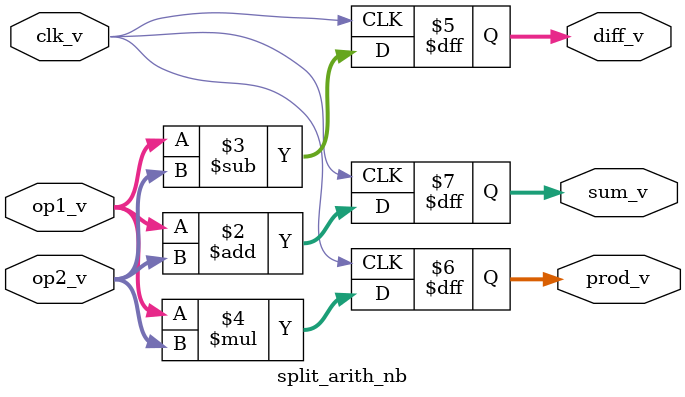
<source format=sv>
module split_arith_nb (
    output logic [7:0] diff_v,
    output logic [7:0] prod_v,
    input logic clk_v,
    input logic [7:0] op1_v,
    input logic [7:0] op2_v,
    output logic [7:0] sum_v
);
    always @(posedge clk_v) begin
        sum_v <= op1_v + op2_v;
        diff_v <= op1_v - op2_v;
        prod_v <= op1_v * op2_v;
    end
endmodule


</source>
